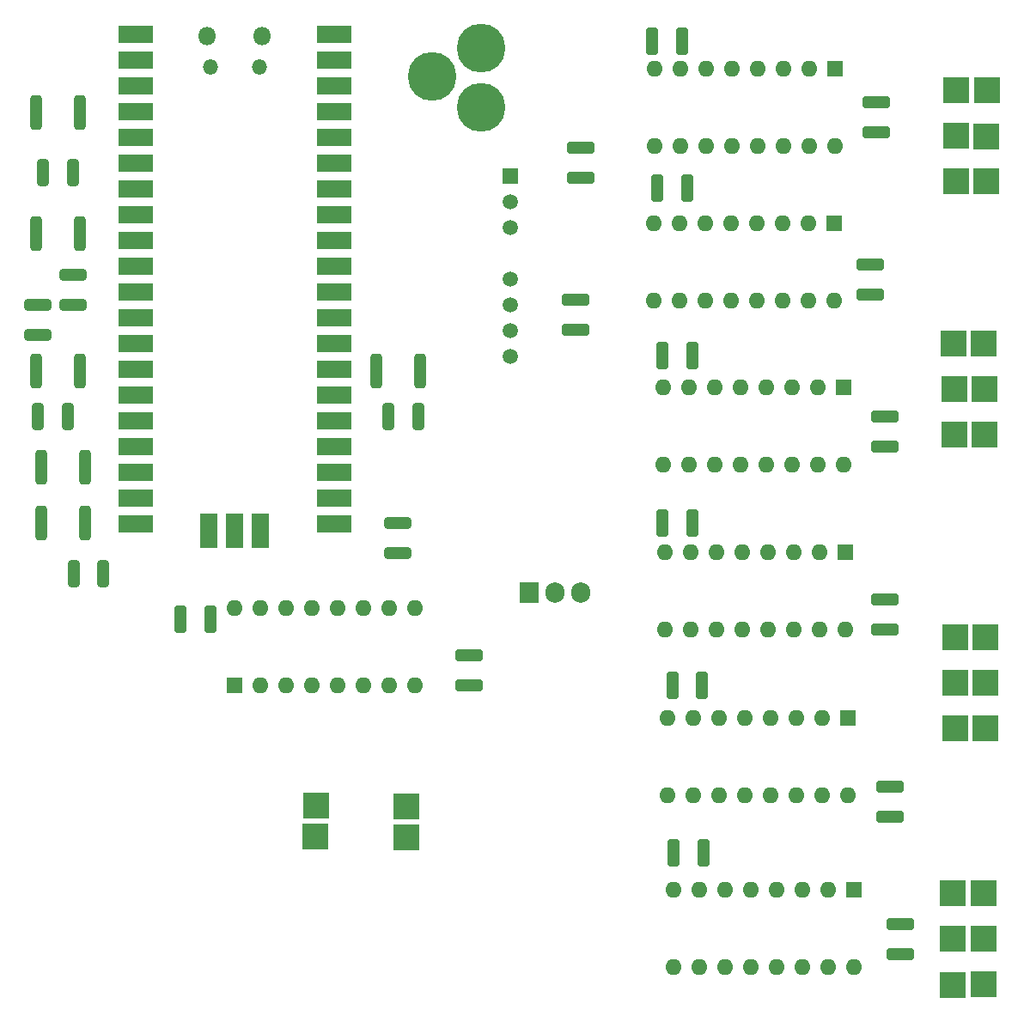
<source format=gbr>
%TF.GenerationSoftware,KiCad,Pcbnew,(6.0.7)*%
%TF.CreationDate,2023-04-21T16:09:57-05:00*%
%TF.ProjectId,RevisedControlBoard,52657669-7365-4644-936f-6e74726f6c42,rev?*%
%TF.SameCoordinates,Original*%
%TF.FileFunction,Soldermask,Top*%
%TF.FilePolarity,Negative*%
%FSLAX46Y46*%
G04 Gerber Fmt 4.6, Leading zero omitted, Abs format (unit mm)*
G04 Created by KiCad (PCBNEW (6.0.7)) date 2023-04-21 16:09:57*
%MOMM*%
%LPD*%
G01*
G04 APERTURE LIST*
G04 Aperture macros list*
%AMRoundRect*
0 Rectangle with rounded corners*
0 $1 Rounding radius*
0 $2 $3 $4 $5 $6 $7 $8 $9 X,Y pos of 4 corners*
0 Add a 4 corners polygon primitive as box body*
4,1,4,$2,$3,$4,$5,$6,$7,$8,$9,$2,$3,0*
0 Add four circle primitives for the rounded corners*
1,1,$1+$1,$2,$3*
1,1,$1+$1,$4,$5*
1,1,$1+$1,$6,$7*
1,1,$1+$1,$8,$9*
0 Add four rect primitives between the rounded corners*
20,1,$1+$1,$2,$3,$4,$5,0*
20,1,$1+$1,$4,$5,$6,$7,0*
20,1,$1+$1,$6,$7,$8,$9,0*
20,1,$1+$1,$8,$9,$2,$3,0*%
G04 Aperture macros list end*
%ADD10R,1.600000X1.600000*%
%ADD11O,1.600000X1.600000*%
%ADD12RoundRect,0.250000X1.100000X-0.325000X1.100000X0.325000X-1.100000X0.325000X-1.100000X-0.325000X0*%
%ADD13R,2.500000X2.500000*%
%ADD14RoundRect,0.250000X-0.325000X-1.100000X0.325000X-1.100000X0.325000X1.100000X-0.325000X1.100000X0*%
%ADD15RoundRect,0.250000X-0.312500X-1.075000X0.312500X-1.075000X0.312500X1.075000X-0.312500X1.075000X0*%
%ADD16R,1.508000X1.508000*%
%ADD17C,1.508000*%
%ADD18RoundRect,0.250000X-0.312500X-1.450000X0.312500X-1.450000X0.312500X1.450000X-0.312500X1.450000X0*%
%ADD19C,4.800000*%
%ADD20RoundRect,0.250000X-1.075000X0.312500X-1.075000X-0.312500X1.075000X-0.312500X1.075000X0.312500X0*%
%ADD21R,1.905000X2.000000*%
%ADD22O,1.905000X2.000000*%
%ADD23RoundRect,0.250000X-1.100000X0.325000X-1.100000X-0.325000X1.100000X-0.325000X1.100000X0.325000X0*%
%ADD24RoundRect,0.250000X1.075000X-0.312500X1.075000X0.312500X-1.075000X0.312500X-1.075000X-0.312500X0*%
%ADD25RoundRect,0.250000X0.312500X1.450000X-0.312500X1.450000X-0.312500X-1.450000X0.312500X-1.450000X0*%
%ADD26O,1.800000X1.800000*%
%ADD27O,1.500000X1.500000*%
%ADD28R,3.500000X1.700000*%
%ADD29R,1.700000X3.500000*%
%ADD30RoundRect,0.250000X0.312500X1.075000X-0.312500X1.075000X-0.312500X-1.075000X0.312500X-1.075000X0*%
%ADD31RoundRect,0.250000X0.325000X1.100000X-0.325000X1.100000X-0.325000X-1.100000X0.325000X-1.100000X0*%
G04 APERTURE END LIST*
D10*
%TO.C,U6*%
X190430000Y-125200000D03*
D11*
X187890000Y-125200000D03*
X185350000Y-125200000D03*
X182810000Y-125200000D03*
X180270000Y-125200000D03*
X177730000Y-125200000D03*
X175190000Y-125200000D03*
X172650000Y-125200000D03*
X172650000Y-132820000D03*
X175190000Y-132820000D03*
X177730000Y-132820000D03*
X180270000Y-132820000D03*
X182810000Y-132820000D03*
X185350000Y-132820000D03*
X187890000Y-132820000D03*
X190430000Y-132820000D03*
%TD*%
D12*
%TO.C,C12*%
X195000000Y-131475000D03*
X195000000Y-128525000D03*
%TD*%
D10*
%TO.C,U5*%
X188505000Y-59430000D03*
D11*
X185965000Y-59430000D03*
X183425000Y-59430000D03*
X180885000Y-59430000D03*
X178345000Y-59430000D03*
X175805000Y-59430000D03*
X173265000Y-59430000D03*
X170725000Y-59430000D03*
X170725000Y-67050000D03*
X173265000Y-67050000D03*
X175805000Y-67050000D03*
X178345000Y-67050000D03*
X180885000Y-67050000D03*
X183425000Y-67050000D03*
X185965000Y-67050000D03*
X188505000Y-67050000D03*
%TD*%
D13*
%TO.C,RailB1*%
X146305001Y-116987499D03*
%TD*%
D12*
%TO.C,C2*%
X194000000Y-117975000D03*
X194000000Y-115025000D03*
%TD*%
D13*
%TO.C,G4L1*%
X203200000Y-134500000D03*
%TD*%
%TO.C,G2L2*%
X200300000Y-80330000D03*
%TD*%
%TO.C,G1L1*%
X203500000Y-55330000D03*
%TD*%
D14*
%TO.C,C10*%
X172525000Y-105000000D03*
X175475000Y-105000000D03*
%TD*%
D13*
%TO.C,G1M2*%
X200500000Y-50830000D03*
%TD*%
D15*
%TO.C,R1*%
X110037500Y-78500000D03*
X112962500Y-78500000D03*
%TD*%
D13*
%TO.C,G4R2*%
X200200000Y-125500000D03*
%TD*%
D16*
%TO.C,PS1*%
X156550000Y-54822500D03*
D17*
X156550000Y-57362500D03*
X156550000Y-59902500D03*
X156550000Y-64982500D03*
X156550000Y-67522500D03*
X156550000Y-70062500D03*
X156550000Y-72602500D03*
%TD*%
D18*
%TO.C,CCW*%
X110362500Y-89000000D03*
X114637500Y-89000000D03*
%TD*%
D10*
%TO.C,U4*%
X188605000Y-44230000D03*
D11*
X186065000Y-44230000D03*
X183525000Y-44230000D03*
X180985000Y-44230000D03*
X178445000Y-44230000D03*
X175905000Y-44230000D03*
X173365000Y-44230000D03*
X170825000Y-44230000D03*
X170825000Y-51850000D03*
X173365000Y-51850000D03*
X175905000Y-51850000D03*
X178445000Y-51850000D03*
X180985000Y-51850000D03*
X183525000Y-51850000D03*
X186065000Y-51850000D03*
X188605000Y-51850000D03*
%TD*%
D10*
%TO.C,U7*%
X189605000Y-91930000D03*
D11*
X187065000Y-91930000D03*
X184525000Y-91930000D03*
X181985000Y-91930000D03*
X179445000Y-91930000D03*
X176905000Y-91930000D03*
X174365000Y-91930000D03*
X171825000Y-91930000D03*
X171825000Y-99550000D03*
X174365000Y-99550000D03*
X176905000Y-99550000D03*
X179445000Y-99550000D03*
X181985000Y-99550000D03*
X184525000Y-99550000D03*
X187065000Y-99550000D03*
X189605000Y-99550000D03*
%TD*%
D13*
%TO.C,RailB2*%
X146305001Y-119987499D03*
%TD*%
D14*
%TO.C,C13*%
X171025000Y-56000000D03*
X173975000Y-56000000D03*
%TD*%
D13*
%TO.C,G4R1*%
X203200000Y-125500000D03*
%TD*%
%TO.C,RailA2*%
X137355001Y-119937499D03*
%TD*%
D19*
%TO.C,J1*%
X153650000Y-48009500D03*
X153650000Y-42209500D03*
X148850000Y-45009500D03*
%TD*%
D15*
%TO.C,R2*%
X113537500Y-94000000D03*
X116462500Y-94000000D03*
%TD*%
D20*
%TO.C,R7*%
X145500000Y-89037500D03*
X145500000Y-91962500D03*
%TD*%
D21*
%TO.C,Q1*%
X158390000Y-95835000D03*
D22*
X160930000Y-95835000D03*
X163470000Y-95835000D03*
%TD*%
D13*
%TO.C,G2M2*%
X200300000Y-75830000D03*
%TD*%
D23*
%TO.C,C4*%
X163000000Y-67025000D03*
X163000000Y-69975000D03*
%TD*%
D13*
%TO.C,G3L2*%
X200400000Y-109230000D03*
%TD*%
%TO.C,G3M2*%
X200400000Y-104730000D03*
%TD*%
%TO.C,G1L2*%
X200500000Y-55330000D03*
%TD*%
D20*
%TO.C,R4*%
X113500000Y-64537500D03*
X113500000Y-67462500D03*
%TD*%
D12*
%TO.C,C5*%
X193500000Y-81475000D03*
X193500000Y-78525000D03*
%TD*%
%TO.C,C1*%
X163500000Y-54975000D03*
X163500000Y-52025000D03*
%TD*%
D13*
%TO.C,G4M2*%
X200200000Y-130000000D03*
%TD*%
D18*
%TO.C,Track 1*%
X109862500Y-48500000D03*
X114137500Y-48500000D03*
%TD*%
D10*
%TO.C,U3*%
X189405000Y-75630000D03*
D11*
X186865000Y-75630000D03*
X184325000Y-75630000D03*
X181785000Y-75630000D03*
X179245000Y-75630000D03*
X176705000Y-75630000D03*
X174165000Y-75630000D03*
X171625000Y-75630000D03*
X171625000Y-83250000D03*
X174165000Y-83250000D03*
X176705000Y-83250000D03*
X179245000Y-83250000D03*
X181785000Y-83250000D03*
X184325000Y-83250000D03*
X186865000Y-83250000D03*
X189405000Y-83250000D03*
%TD*%
D14*
%TO.C,C9*%
X170525000Y-41500000D03*
X173475000Y-41500000D03*
%TD*%
D24*
%TO.C,R5*%
X110000000Y-70462500D03*
X110000000Y-67537500D03*
%TD*%
D18*
%TO.C,T3*%
X109862500Y-74000000D03*
X114137500Y-74000000D03*
%TD*%
D13*
%TO.C,G3M1*%
X203400000Y-104730000D03*
%TD*%
%TO.C,G1R2*%
X203550000Y-46330000D03*
%TD*%
D14*
%TO.C,C14*%
X171525000Y-89000000D03*
X174475000Y-89000000D03*
%TD*%
%TO.C,C8*%
X172625000Y-121550000D03*
X175575000Y-121550000D03*
%TD*%
D13*
%TO.C,G3R1*%
X203400000Y-100230000D03*
%TD*%
%TO.C,G3L1*%
X203400000Y-109230000D03*
%TD*%
D10*
%TO.C,U8*%
X189875000Y-108200000D03*
D11*
X187335000Y-108200000D03*
X184795000Y-108200000D03*
X182255000Y-108200000D03*
X179715000Y-108200000D03*
X177175000Y-108200000D03*
X174635000Y-108200000D03*
X172095000Y-108200000D03*
X172095000Y-115820000D03*
X174635000Y-115820000D03*
X177175000Y-115820000D03*
X179715000Y-115820000D03*
X182255000Y-115820000D03*
X184795000Y-115820000D03*
X187335000Y-115820000D03*
X189875000Y-115820000D03*
%TD*%
D18*
%TO.C,CW*%
X110362500Y-83500000D03*
X114637500Y-83500000D03*
%TD*%
D13*
%TO.C,RailA1*%
X137405001Y-116837499D03*
%TD*%
D18*
%TO.C,Track 2*%
X109862500Y-60500000D03*
X114137500Y-60500000D03*
%TD*%
D13*
%TO.C,G1R1*%
X200500000Y-46330000D03*
%TD*%
%TO.C,G2M1*%
X203300000Y-75830000D03*
%TD*%
D12*
%TO.C,C6*%
X193500000Y-99475000D03*
X193500000Y-96525000D03*
%TD*%
%TO.C,C15*%
X152500000Y-104975000D03*
X152500000Y-102025000D03*
%TD*%
D13*
%TO.C,G4M1*%
X203200000Y-130000000D03*
%TD*%
%TO.C,G2R1*%
X203250000Y-71280000D03*
%TD*%
D12*
%TO.C,C11*%
X192000000Y-66475000D03*
X192000000Y-63525000D03*
%TD*%
D25*
%TO.C,T4*%
X147637500Y-74000000D03*
X143362500Y-74000000D03*
%TD*%
D26*
%TO.C,U2*%
X126675000Y-41000000D03*
D27*
X131825000Y-44030000D03*
X126975000Y-44030000D03*
D26*
X132125000Y-41000000D03*
D28*
X119610000Y-40870000D03*
X119610000Y-43410000D03*
X119610000Y-45950000D03*
X119610000Y-48490000D03*
X119610000Y-51030000D03*
X119610000Y-53570000D03*
X119610000Y-56110000D03*
X119610000Y-58650000D03*
X119610000Y-61190000D03*
X119610000Y-63730000D03*
X119610000Y-66270000D03*
X119610000Y-68810000D03*
X119610000Y-71350000D03*
X119610000Y-73890000D03*
X119610000Y-76430000D03*
X119610000Y-78970000D03*
X119610000Y-81510000D03*
X119610000Y-84050000D03*
X119610000Y-86590000D03*
X119610000Y-89130000D03*
X139190000Y-89130000D03*
X139190000Y-86590000D03*
X139190000Y-84050000D03*
X139190000Y-81510000D03*
X139190000Y-78970000D03*
X139190000Y-76430000D03*
X139190000Y-73890000D03*
X139190000Y-71350000D03*
X139190000Y-68810000D03*
X139190000Y-66270000D03*
X139190000Y-63730000D03*
X139190000Y-61190000D03*
X139190000Y-58650000D03*
X139190000Y-56110000D03*
X139190000Y-53570000D03*
X139190000Y-51030000D03*
X139190000Y-48490000D03*
X139190000Y-45950000D03*
X139190000Y-43410000D03*
X139190000Y-40870000D03*
D29*
X126860000Y-89800000D03*
X129400000Y-89800000D03*
X131940000Y-89800000D03*
%TD*%
D15*
%TO.C,R3*%
X110537500Y-54500000D03*
X113462500Y-54500000D03*
%TD*%
D12*
%TO.C,C7*%
X192630000Y-50475000D03*
X192630000Y-47525000D03*
%TD*%
D13*
%TO.C,G3R2*%
X200400000Y-100230000D03*
%TD*%
%TO.C,G4L2*%
X200200000Y-134550000D03*
%TD*%
%TO.C,G1M1*%
X203500000Y-50880000D03*
%TD*%
%TO.C,G2R2*%
X200250000Y-71280000D03*
%TD*%
%TO.C,G2L1*%
X203300000Y-80330000D03*
%TD*%
D14*
%TO.C,C3*%
X171525000Y-72500000D03*
X174475000Y-72500000D03*
%TD*%
D30*
%TO.C,R6*%
X147462500Y-78500000D03*
X144537500Y-78500000D03*
%TD*%
D10*
%TO.C,U1*%
X129425000Y-105000000D03*
D11*
X131965000Y-105000000D03*
X134505000Y-105000000D03*
X137045000Y-105000000D03*
X139585000Y-105000000D03*
X142125000Y-105000000D03*
X144665000Y-105000000D03*
X147205000Y-105000000D03*
X147205000Y-97380000D03*
X144665000Y-97380000D03*
X142125000Y-97380000D03*
X139585000Y-97380000D03*
X137045000Y-97380000D03*
X134505000Y-97380000D03*
X131965000Y-97380000D03*
X129425000Y-97380000D03*
%TD*%
D31*
%TO.C,C16*%
X126975000Y-98500000D03*
X124025000Y-98500000D03*
%TD*%
M02*

</source>
